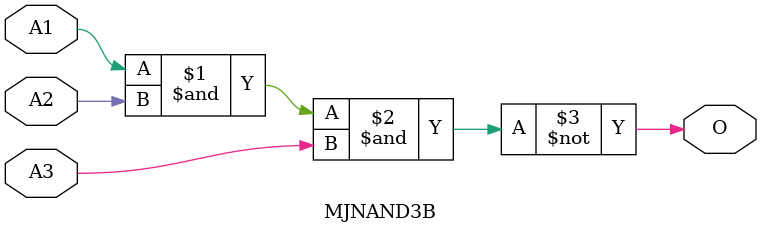
<source format=v>
module MJNAND3B(A1, A2, A3, O);
input   A1;
input   A2;
input   A3;
output  O;
nand g0(O, A1, A2, A3);
endmodule
</source>
